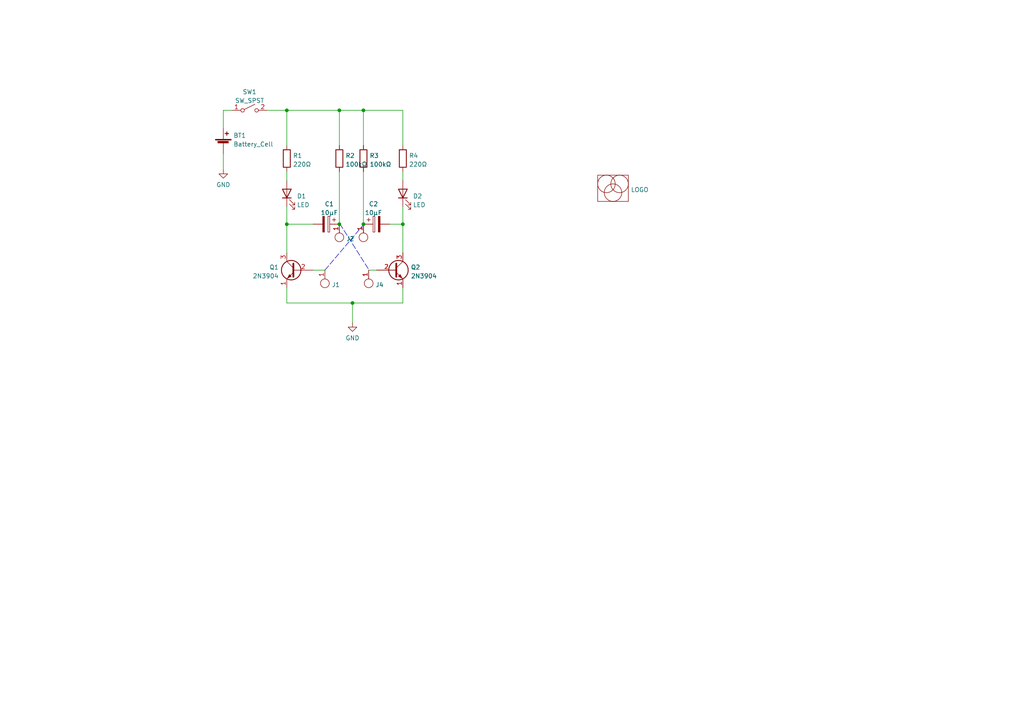
<source format=kicad_sch>
(kicad_sch (version 20211123) (generator eeschema)
  (paper "A4")
  (lib_symbols
    (symbol "Blinky:Jumper_1"
      (property "Reference" "J" (at 0 -2.54 0))
      (symbol "Jumper_1_0_1"
        (circle (center 0 0) (radius 1.27) (stroke (width 0.1524)))
      )
      (symbol "Jumper_1_1_1"
        (pin unspecified line (at 3.81 0 180) (length 2.54) (name "") (number "1"))
      )
    )
    (symbol "Blinky:LOGO"
      (property "Value" "LOGO" (at 0 5.08 0))
      (symbol "LOGO_0_1"
        (rectangle (start -4.445 3.81) (end 4.445 -3.81) (stroke (width 0.1524)))
        (circle (center -1.905 1.27) (radius 2.54) (stroke (width 0.1524)))
        (circle (center 0 -1.27) (radius 2.54) (stroke (width 0.1524)))
        (circle (center 1.905 1.27) (radius 2.54) (stroke (width 0.1524)))
      )
    )
    (symbol "Device:Battery_Cell" (pin_numbers hide) (pin_names (offset 0) hide)
      (property "Reference" "BT" (at 2.54 2.54 0))
      (property "Value" "Battery_Cell" (at 2.54 0 0))
      (symbol "Battery_Cell_0_1"
        (rectangle (start -2.286 1.778) (end 2.286 1.524) (fill (type outline)))
        (rectangle (start -1.5748 1.1938) (end 1.4732 0.6858) (fill (type outline)))
        (polyline (pts (xy 0 0.762) (xy 0 0)))
        (polyline (pts (xy 0 1.778) (xy 0 2.54)))
        (polyline (pts (xy 0.508 3.429) (xy 1.524 3.429)) (stroke (width 0.254)))
        (polyline (pts (xy 1.016 3.937) (xy 1.016 2.921)) (stroke (width 0.254)))
      )
      (symbol "Battery_Cell_1_1"
        (pin passive line (at 0 5.08 270) (length 2.54) (name "+") (number "1"))
        (pin passive line (at 0 -2.54 90) (length 2.54) (name "-") (number "2"))
      )
    )
    (symbol "Device:C_Polarized" (pin_numbers hide) (pin_names (offset 0.254))
      (property "Reference" "C" (at 0.635 2.54 0))
      (property "Value" "C_Polarized" (at 0.635 -2.54 0))
      (symbol "C_Polarized_0_1"
        (rectangle (start -2.286 0.508) (end 2.286 1.016))
        (polyline (pts (xy -1.778 2.286) (xy -0.762 2.286)))
        (polyline (pts (xy -1.27 2.794) (xy -1.27 1.778)))
        (rectangle (start 2.286 -0.508) (end -2.286 -1.016) (fill (type outline)))
      )
      (symbol "C_Polarized_1_1"
        (pin passive line (at 0 3.81 270) (length 2.794) (name "~") (number "1"))
        (pin passive line (at 0 -3.81 90) (length 2.794) (name "~") (number "2"))
      )
    )
    (symbol "Device:LED" (pin_numbers hide) (pin_names (offset 1.016) hide)
      (property "Reference" "D" (at 0 2.54 0))
      (property "Value" "LED" (at 0 -2.54 0))
      (symbol "LED_0_1"
        (polyline (pts (xy -1.27 -1.27) (xy -1.27 1.27)) (stroke (width 0.254)))
        (polyline (pts (xy -1.27 0) (xy 1.27 0)))
        (polyline (pts (xy 1.27 -1.27) (xy 1.27 1.27) (xy -1.27 0) (xy 1.27 -1.27)) (stroke (width 0.254)))
        (polyline (pts (xy -3.048 -0.762) (xy -4.572 -2.286) (xy -3.81 -2.286) (xy -4.572 -2.286) (xy -4.572 -1.524)))
        (polyline (pts (xy -1.778 -0.762) (xy -3.302 -2.286) (xy -2.54 -2.286) (xy -3.302 -2.286) (xy -3.302 -1.524)))
      )
      (symbol "LED_1_1"
        (pin passive line (at -3.81 0 0) (length 2.54) (name "K") (number "1"))
        (pin passive line (at 3.81 0 180) (length 2.54) (name "A") (number "2"))
      )
    )
    (symbol "Device:R" (pin_numbers hide) (pin_names (offset 0))
      (property "Reference" "R" (at 2.032 0 90))
      (property "Value" "R" (at 0 0 90))
      (symbol "R_0_1"
        (rectangle (start -1.016 -2.54) (end 1.016 2.54) (stroke (width 0.254)))
      )
      (symbol "R_1_1"
        (pin passive line (at 0 3.81 270) (length 1.27) (name "~") (number "1"))
        (pin passive line (at 0 -3.81 90) (length 1.27) (name "~") (number "2"))
      )
    )
    (symbol "Switch:SW_SPST" (pin_names (offset 0) hide)
      (property "Reference" "SW" (at 0 3.175 0))
      (property "Value" "SW_SPST" (at 0 -2.54 0))
      (symbol "SW_SPST_0_0"
        (circle (center -2.032 0) (radius 0.508))
        (polyline (pts (xy -1.524 0.254) (xy 1.524 1.778)))
        (circle (center 2.032 0) (radius 0.508))
      )
      (symbol "SW_SPST_1_1"
        (pin passive line (at -5.08 0 0) (length 2.54) (name "A") (number "1"))
        (pin passive line (at 5.08 0 180) (length 2.54) (name "B") (number "2"))
      )
    )
    (symbol "Transistor_BJT:2N3904" (pin_names (offset 0) hide)
      (property "Reference" "Q" (at 5.08 1.905 0))
      (property "Value" "2N3904" (at 5.08 0 0))
      (symbol "2N3904_0_1"
        (polyline (pts (xy 0.635 0.635) (xy 2.54 2.54)))
        (polyline (pts (xy 0.635 -0.635) (xy 2.54 -2.54) (xy 2.54 -2.54)))
        (polyline (pts (xy 0.635 1.905) (xy 0.635 -1.905) (xy 0.635 -1.905)) (stroke (width 0.508)))
        (polyline (pts (xy 1.27 -1.778) (xy 1.778 -1.27) (xy 2.286 -2.286) (xy 1.27 -1.778) (xy 1.27 -1.778)) (fill (type outline)))
        (circle (center 1.27 0) (radius 2.8194) (stroke (width 0.254)))
      )
      (symbol "2N3904_1_1"
        (pin passive line (at 2.54 -5.08 90) (length 2.54) (name "E") (number "1"))
        (pin passive line (at -5.08 0 0) (length 5.715) (name "B") (number "2"))
        (pin passive line (at 2.54 5.08 270) (length 2.54) (name "C") (number "3"))
      )
    )
    (symbol "power:GND" (power) (pin_names (offset 0))
      (property "Value" "GND" (at 0 -3.81 0))
      (symbol "GND_0_1"
        (polyline (pts (xy 0 0) (xy 0 -1.27) (xy 1.27 -1.27) (xy 0 -2.54) (xy -1.27 -1.27) (xy 0 -1.27)))
      )
      (symbol "GND_1_1"
        (pin power_in line (at 0 0 270) (length 0) hide (name "GND") (number "1"))
      )
    )
  )
  (junction (at 83.185 65.024))
  (junction (at 102.235 87.884))
  (junction (at 105.41 65.024))
  (junction (at 98.425 65.024))
  (junction (at 98.425 32.004))
  (junction (at 116.84 65.024))
  (junction (at 83.185 32.004))
  (junction (at 105.41 32.004))
  (wire (pts (xy 106.934 78.359) (xy 109.22 78.359)))
  (wire (pts (xy 64.77 32.004) (xy 67.31 32.004)))
  (wire (pts (xy 105.41 32.004) (xy 105.41 42.164)))
  (wire (pts (xy 105.41 32.004) (xy 98.425 32.004)))
  (wire (pts (xy 105.41 49.784) (xy 105.41 65.024)))
  (wire (pts (xy 98.425 32.004) (xy 83.185 32.004)))
  (polyline (pts (xy 94.234 78.359) (xy 105.664 64.897)))
  (wire (pts (xy 102.235 87.884) (xy 116.84 87.884)))
  (wire (pts (xy 102.235 87.884) (xy 102.235 93.599)))
  (wire (pts (xy 83.185 65.024) (xy 83.185 73.279)))
  (wire (pts (xy 98.425 32.004) (xy 98.425 42.164)))
  (wire (pts (xy 116.84 42.164) (xy 116.84 32.004)))
  (wire (pts (xy 83.185 87.884) (xy 102.235 87.884)))
  (wire (pts (xy 98.425 49.784) (xy 98.425 65.024)))
  (wire (pts (xy 83.185 49.784) (xy 83.185 52.324)))
  (wire (pts (xy 116.84 65.024) (xy 116.84 73.279)))
  (wire (pts (xy 77.47 32.004) (xy 83.185 32.004)))
  (wire (pts (xy 64.77 37.084) (xy 64.77 32.004)))
  (wire (pts (xy 64.77 49.149) (xy 64.77 44.704)))
  (wire (pts (xy 83.185 32.004) (xy 83.185 42.164)))
  (wire (pts (xy 113.03 65.024) (xy 116.84 65.024)))
  (wire (pts (xy 90.805 78.359) (xy 94.234 78.359)))
  (wire (pts (xy 83.185 59.944) (xy 83.185 65.024)))
  (wire (pts (xy 116.84 87.884) (xy 116.84 83.439)))
  (wire (pts (xy 116.84 59.944) (xy 116.84 65.024)))
  (wire (pts (xy 83.185 65.024) (xy 90.805 65.024)))
  (wire (pts (xy 116.84 32.004) (xy 105.41 32.004)))
  (wire (pts (xy 116.84 49.784) (xy 116.84 52.324)))
  (polyline (pts (xy 98.552 64.897) (xy 107.061 78.359)))
  (wire (pts (xy 83.185 83.439) (xy 83.185 87.884)))
  (symbol (lib_id "Switch:SW_SPST") (at 72.39 32.004 0) (unit 1)
    (property "Reference" "SW1" (at 72.39 26.6532 0))
    (property "Value" "SW_SPST" (at 72.39 29.1901 0))
    (property "Footprint" "Blinky_ZAM:SSK-1202" (effects hide))
  )
  (symbol (lib_id "Device:LED") (at 116.84 56.134 90) (unit 1)
    (property "Reference" "D2" (at 119.761 56.8868 90) (effects (justify right)))
    (property "Value" "LED" (at 119.761 59.4237 90) (effects (justify right)))
    (property "Footprint" "LED_THT:LED_D5.0mm" (effects hide))
  )
  (symbol (lib_id "Device:LED") (at 83.185 56.134 90) (unit 1)
    (property "Reference" "D1" (at 86.106 56.8868 90) (effects (justify right)))
    (property "Value" "LED" (at 86.106 59.4237 90) (effects (justify right)))
    (property "Footprint" "LED_THT:LED_D5.0mm" (effects hide))
  )
  (symbol (lib_id "Blinky:Jumper_1") (at 98.425 68.834 90) (unit 1)
    (property "Reference" "J2" (at 100.4062 69.2678 90) (effects (justify right)))
    (property "Value" "bridge" (effects hide))
    (property "Footprint" "TestPoint:TestPoint_THTPad_2.0x2.0mm_Drill1.0mm" (effects hide))
  )
  (symbol (lib_id "power:GND") (at 102.235 93.599 0) (unit 1)
    (property "Reference" "#PWR02" (effects hide))
    (property "Value" "GND" (at 102.235 98.0424 0))
  )
  (symbol (lib_id "Device:C_Polarized") (at 109.22 65.024 90) (mirror x) (unit 1)
    (property "Reference" "C2" (at 108.331 59.1652 90))
    (property "Value" "10μF" (at 108.331 61.7021 90))
    (property "Footprint" "Capacitor_THT:CP_Radial_D5.0mm_P2.50mm" (effects hide))
  )
  (symbol (lib_id "Device:R") (at 116.84 45.974 0) (unit 1)
    (property "Reference" "R4" (at 118.618 45.1393 0) (effects (justify left)))
    (property "Value" "220Ω" (at 118.618 47.6762 0) (effects (justify left)))
    (property "Footprint" "Resistor_THT:R_Axial_DIN0207_L6.3mm_D2.5mm_P2.54mm_Vertical" (effects hide))
  )
  (symbol (lib_id "Device:R") (at 105.41 45.974 0) (unit 1)
    (property "Reference" "R3" (at 107.188 45.1393 0) (effects (justify left)))
    (property "Value" "100kΩ" (at 107.188 47.6762 0) (effects (justify left)))
    (property "Footprint" "Resistor_THT:R_Axial_DIN0207_L6.3mm_D2.5mm_P2.54mm_Vertical" (effects hide))
  )
  (symbol (lib_id "Blinky:LOGO") (at 177.8 54.61 0) (unit 1)
    (property "Reference" "LG2" (effects hide))
    (property "Value" "LOGO" (at 182.9562 55.0438 0) (effects (justify left)))
    (property "Footprint" "Blinky_ZAM:ZAM_LOGO_440_stopMask" (effects hide))
  )
  (symbol (lib_id "Blinky:Jumper_1") (at 105.41 68.834 90) (unit 1)
    (property "Reference" "J3" (at 107.3912 69.2678 90) (effects (justify right)))
    (property "Value" "bridge" (effects hide))
    (property "Footprint" "TestPoint:TestPoint_THTPad_2.0x2.0mm_Drill1.0mm" (effects hide))
    (property "Reference" "J3" (effects hide))
    (property "Value" "bridge" (effects hide))
  )
  (symbol (lib_id "Device:R") (at 98.425 45.974 0) (unit 1)
    (property "Reference" "R2" (at 100.203 45.1393 0) (effects (justify left)))
    (property "Value" "100kΩ" (at 100.203 47.6762 0) (effects (justify left)))
    (property "Footprint" "Resistor_THT:R_Axial_DIN0207_L6.3mm_D2.5mm_P2.54mm_Vertical" (effects hide))
  )
  (symbol (lib_id "Device:R") (at 83.185 45.974 0) (unit 1)
    (property "Reference" "R1" (at 84.963 45.1393 0) (effects (justify left)))
    (property "Value" "220Ω" (at 84.963 47.6762 0) (effects (justify left)))
    (property "Footprint" "Resistor_THT:R_Axial_DIN0207_L6.3mm_D2.5mm_P2.54mm_Vertical" (effects hide))
  )
  (symbol (lib_id "Blinky:Jumper_1") (at 106.934 82.169 90) (unit 1)
    (property "Reference" "J4" (at 108.9152 82.6028 90) (effects (justify right)))
    (property "Value" "bridge" (effects hide))
    (property "Footprint" "TestPoint:TestPoint_THTPad_2.0x2.0mm_Drill1.0mm" (effects hide))
  )
  (symbol (lib_id "Blinky:Jumper_1") (at 94.234 82.169 90) (unit 1)
    (property "Reference" "J1" (at 96.2152 82.6028 90) (effects (justify right)))
    (property "Value" "bridge" (effects hide))
    (property "Footprint" "TestPoint:TestPoint_THTPad_2.0x2.0mm_Drill1.0mm" (effects hide))
  )
  (symbol (lib_id "Transistor_BJT:2N3904") (at 85.725 78.359 0) (mirror y) (unit 1)
    (property "Reference" "Q1" (at 80.8737 77.5243 0) (effects (justify left)))
    (property "Value" "2N3904" (at 80.8737 80.0612 0) (effects (justify left)))
    (property "Footprint" "Package_TO_SOT_THT:TO-92_Inline" (effects hide))
    (property "Datasheet" "https://www.onsemi.com/pub/Collateral/2N3903-D.PDF" (effects hide))
  )
  (symbol (lib_id "power:GND") (at 64.77 49.149 0) (unit 1)
    (property "Reference" "#PWR01" (effects hide))
    (property "Value" "GND" (at 64.77 53.5924 0))
  )
  (symbol (lib_id "Transistor_BJT:2N3904") (at 114.3 78.359 0) (unit 1)
    (property "Reference" "Q2" (at 119.1514 77.5243 0) (effects (justify left)))
    (property "Value" "2N3904" (at 119.1514 80.0612 0) (effects (justify left)))
    (property "Footprint" "Package_TO_SOT_THT:TO-92_Inline" (effects hide))
    (property "Datasheet" "https://www.onsemi.com/pub/Collateral/2N3903-D.PDF" (effects hide))
  )
  (symbol (lib_id "Device:Battery_Cell") (at 64.77 42.164 0) (unit 1)
    (property "Reference" "BT1" (at 67.691 39.2973 0) (effects (justify left)))
    (property "Value" "Battery_Cell" (at 67.691 41.8342 0) (effects (justify left)))
    (property "Footprint" "Battery:BatteryHolder_Keystone_3000_1x12mm" (effects hide))
  )
  (symbol (lib_id "Device:C_Polarized") (at 94.615 65.024 270) (unit 1)
    (property "Reference" "C1" (at 95.504 59.1652 90))
    (property "Value" "10μF" (at 95.504 61.7021 90))
    (property "Footprint" "Capacitor_THT:CP_Radial_D5.0mm_P2.50mm" (effects hide))
  )
)
</source>
